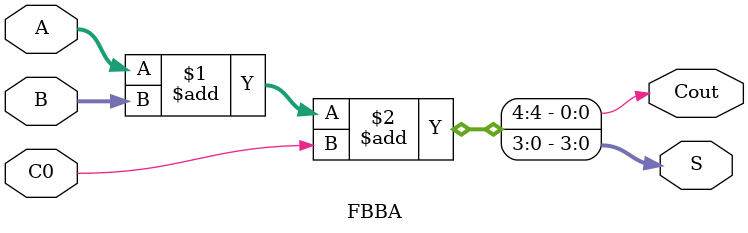
<source format=v>
module FBBA(A,B,C0,S,Cout);
input [3:0]A;
input [3:0]B;
input C0;
output [3:0]S;
output Cout;
assign {Cout,S}=A+B+C0;
endmodule 


</source>
